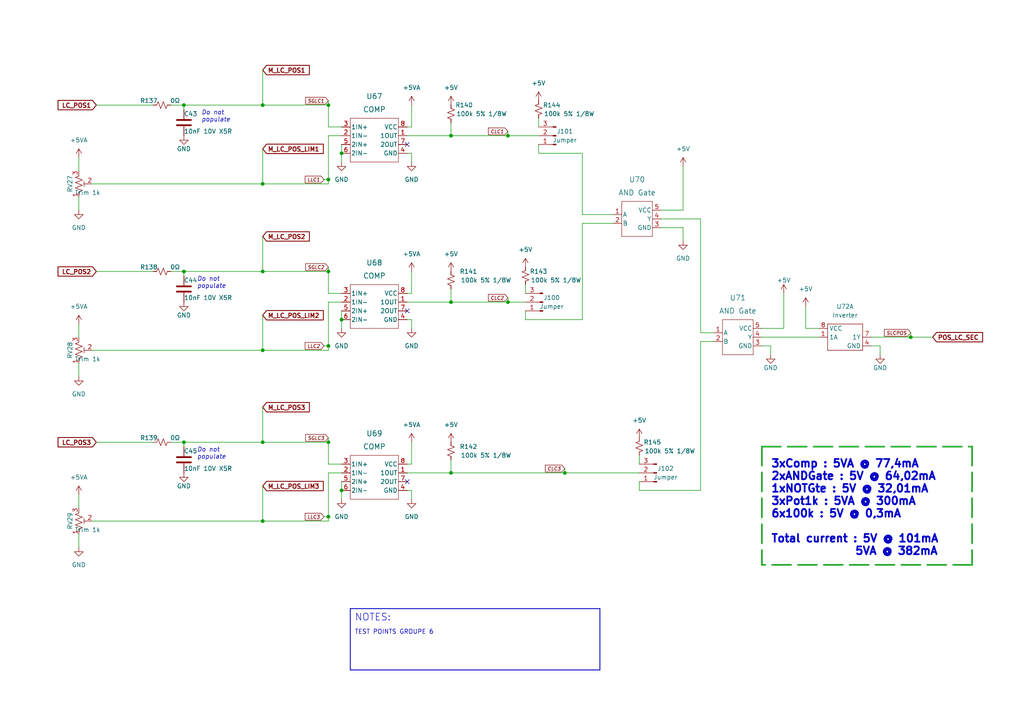
<source format=kicad_sch>
(kicad_sch (version 20211123) (generator eeschema)
  (paper "A4")
  (lib_symbols
    (symbol "Connector:Conn_01x03_Male" (pin_names (offset 1.016) hide)
      (property "Reference" "J" (at 0 5.08 0))
      (property "Value" "Conn_01x03_Male" (at 0 -5.08 0))
      (symbol "Conn_01x03_Male_1_1"
        (polyline (pts (xy 1.27 -2.54) (xy 0.8636 -2.54)) (stroke (width 0.1524)))
        (polyline (pts (xy 1.27 0) (xy 0.8636 0)) (stroke (width 0.1524)))
        (polyline (pts (xy 1.27 2.54) (xy 0.8636 2.54)) (stroke (width 0.1524)))
        (rectangle (start 0.8636 -2.413) (end 0 -2.667) (stroke (width 0.1524)) (fill (type outline)))
        (rectangle (start 0.8636 0.127) (end 0 -0.127) (stroke (width 0.1524)) (fill (type outline)))
        (rectangle (start 0.8636 2.667) (end 0 2.413) (stroke (width 0.1524)) (fill (type outline)))
        (pin passive line (at 5.08 2.54 180) (length 3.81) (name "Pin_1") (number "1"))
        (pin passive line (at 5.08 0 180) (length 3.81) (name "Pin_2") (number "2"))
        (pin passive line (at 5.08 -2.54 180) (length 3.81) (name "Pin_3") (number "3"))
      )
    )
    (symbol "Device:C" (pin_numbers hide) (pin_names (offset 0.254))
      (property "Reference" "C" (at 0.635 2.54 0))
      (property "Value" "C" (at 0.635 -2.54 0))
      (symbol "C_0_1"
        (polyline (pts (xy -2.032 -0.762) (xy 2.032 -0.762)) (stroke (width 0.508)))
        (polyline (pts (xy -2.032 0.762) (xy 2.032 0.762)) (stroke (width 0.508)))
      )
      (symbol "C_1_1"
        (pin passive line (at 0 3.81 270) (length 2.794) (name "~") (number "1"))
        (pin passive line (at 0 -3.81 90) (length 2.794) (name "~") (number "2"))
      )
    )
    (symbol "Device:R_Potentiometer_Trim_US" (pin_names (offset 1.016) hide)
      (property "Reference" "RV" (at -4.445 0 90))
      (property "Value" "R_Potentiometer_Trim_US" (at -2.54 0 90))
      (symbol "R_Potentiometer_Trim_US_0_1"
        (polyline (pts (xy 0 -2.286) (xy 0 -2.54)))
        (polyline (pts (xy 0 2.286) (xy 0 2.54)))
        (polyline (pts (xy 1.524 0.762) (xy 1.524 -0.762)))
        (polyline (pts (xy 2.54 0) (xy 1.524 0)))
        (polyline (pts (xy 0 -0.762) (xy 1.016 -1.143) (xy 0 -1.524) (xy -1.016 -1.905) (xy 0 -2.286)))
        (polyline (pts (xy 0 0.762) (xy 1.016 0.381) (xy 0 0) (xy -1.016 -0.381) (xy 0 -0.762)))
        (polyline (pts (xy 0 2.286) (xy 1.016 1.905) (xy 0 1.524) (xy -1.016 1.143) (xy 0 0.762)))
      )
      (symbol "R_Potentiometer_Trim_US_1_1"
        (pin passive line (at 0 3.81 270) (length 1.27) (name "1") (number "1"))
        (pin passive line (at 3.81 0 180) (length 1.27) (name "2") (number "2"))
        (pin passive line (at 0 -3.81 90) (length 1.27) (name "3") (number "3"))
      )
    )
    (symbol "Device:R_Small_US" (pin_numbers hide) (pin_names (offset 0.254) hide)
      (property "Reference" "R" (at 0.762 0.508 0))
      (property "Value" "R_Small_US" (at 0.762 -1.016 0))
      (symbol "R_Small_US_1_1"
        (polyline (pts (xy 0 0) (xy 1.016 -0.381) (xy 0 -0.762) (xy -1.016 -1.143) (xy 0 -1.524)))
        (polyline (pts (xy 0 1.524) (xy 1.016 1.143) (xy 0 0.762) (xy -1.016 0.381) (xy 0 0)))
        (pin passive line (at 0 2.54 270) (length 1.016) (name "~") (number "1"))
        (pin passive line (at 0 -2.54 90) (length 1.016) (name "~") (number "2"))
      )
    )
    (symbol "SymLib:LM393DGKR" (pin_names (offset 0.254))
      (property "Reference" "U" (at 22.86 3.81 0))
      (property "Value" "LM393DGKR" (at 29.21 -11.43 0))
      (symbol "LM393DGKR_0_1"
        (polyline (pts (xy 21.59 -10.16) (xy 35.56 -10.16)) (stroke (width 0.127)))
        (polyline (pts (xy 21.59 2.54) (xy 21.59 -10.16)) (stroke (width 0.127)))
        (polyline (pts (xy 35.56 -10.16) (xy 35.56 2.54)) (stroke (width 0.127)))
        (polyline (pts (xy 35.56 2.54) (xy 21.59 2.54)) (stroke (width 0.127)))
        (pin output line (at 38.1 -2.54 180) (length 2.54) (name "1OUT") (number "1"))
        (pin input line (at 19.05 -2.54 0) (length 2.54) (name "1IN-") (number "2"))
        (pin input line (at 19.05 0 0) (length 2.54) (name "1IN+") (number "3"))
        (pin power_in line (at 38.1 -7.62 180) (length 2.54) (name "GND") (number "4"))
        (pin input line (at 19.05 -5.08 0) (length 2.54) (name "2IN+") (number "5"))
        (pin input line (at 19.05 -7.62 0) (length 2.54) (name "2IN-") (number "6"))
        (pin output line (at 38.1 -5.08 180) (length 2.54) (name "2OUT") (number "7"))
        (pin power_in line (at 38.1 0 180) (length 2.54) (name "VCC") (number "8"))
      )
    )
    (symbol "SymLib:SN74LVC1G08DBVR" (pin_names (offset 0.254))
      (property "Reference" "U" (at 25.4 10.16 0))
      (property "Value" "SN74LVC1G08DBVR" (at 25.4 7.62 0))
      (symbol "SN74LVC1G08DBVR_0_1"
        (polyline (pts (xy 20.32 -7.62) (xy 29.21 -7.62)) (stroke (width 0.127)))
        (polyline (pts (xy 20.32 2.54) (xy 20.32 -7.62)) (stroke (width 0.127)))
        (polyline (pts (xy 29.21 -7.62) (xy 29.21 2.54)) (stroke (width 0.127)))
        (polyline (pts (xy 29.21 2.54) (xy 20.32 2.54)) (stroke (width 0.127)))
        (pin input line (at 17.78 -1.27 0) (length 2.54) (name "A") (number "1"))
        (pin input line (at 17.78 -3.81 0) (length 2.54) (name "B") (number "2"))
        (pin power_in line (at 31.75 -5.08 180) (length 2.54) (name "GND") (number "3"))
        (pin output line (at 31.75 -2.54 180) (length 2.54) (name "Y") (number "4"))
        (pin power_in line (at 31.75 0 180) (length 2.54) (name "VCC") (number "5"))
      )
    )
    (symbol "SymLib:SN74LVC3G14DCUT_V2"
      (property "Reference" "U" (at -3.81 5.08 0))
      (property "Value" "SN74LVC3G14DCUT_V2" (at 0 -5.08 0))
      (symbol "SN74LVC3G14DCUT_V2_0_1"
        (rectangle (start -5.08 -3.81) (end 5.08 -3.81))
        (rectangle (start -5.08 3.81) (end -5.08 -3.81))
        (rectangle (start -5.08 3.81) (end 5.08 3.81))
        (rectangle (start 5.08 3.81) (end 5.08 -3.81))
      )
      (symbol "SN74LVC3G14DCUT_V2_1_1"
        (pin bidirectional line (at -7.62 0 0) (length 2.54) (name "1A") (number "1"))
        (pin bidirectional line (at 7.62 -2.54 180) (length 2.54) (name "GND") (number "4"))
        (pin output line (at 7.62 0 180) (length 2.54) (name "1Y") (number "7"))
        (pin bidirectional line (at -7.62 2.54 0) (length 2.54) (name "VCC") (number "8"))
      )
      (symbol "SN74LVC3G14DCUT_V2_2_1"
        (pin bidirectional line (at -7.62 0 0) (length 2.54) (name "2A") (number "3"))
        (pin output line (at 7.62 0 180) (length 2.54) (name "2Y") (number "5"))
      )
      (symbol "SN74LVC3G14DCUT_V2_3_1"
        (pin output line (at 7.62 0 180) (length 2.54) (name "3Y") (number "2"))
        (pin bidirectional line (at -7.62 0 0) (length 2.54) (name "3A") (number "6"))
      )
    )
    (symbol "power:+5V" (power) (pin_names (offset 0))
      (property "Value" "+5V" (at 0 3.556 0))
      (symbol "+5V_0_1"
        (polyline (pts (xy -0.762 1.27) (xy 0 2.54)))
        (polyline (pts (xy 0 0) (xy 0 2.54)))
        (polyline (pts (xy 0 2.54) (xy 0.762 1.27)))
      )
      (symbol "+5V_1_1"
        (pin power_in line (at 0 0 90) (length 0) hide (name "+5V") (number "1"))
      )
    )
    (symbol "power:+5VA" (power) (pin_names (offset 0))
      (property "Value" "+5VA" (at 0 3.556 0))
      (symbol "+5VA_0_1"
        (polyline (pts (xy -0.762 1.27) (xy 0 2.54)))
        (polyline (pts (xy 0 0) (xy 0 2.54)))
        (polyline (pts (xy 0 2.54) (xy 0.762 1.27)))
      )
      (symbol "+5VA_1_1"
        (pin power_in line (at 0 0 90) (length 0) hide (name "+5VA") (number "1"))
      )
    )
    (symbol "power:GND" (power) (pin_names (offset 0))
      (property "Value" "GND" (at 0 -3.81 0))
      (symbol "GND_0_1"
        (polyline (pts (xy 0 0) (xy 0 -1.27) (xy 1.27 -1.27) (xy 0 -2.54) (xy -1.27 -1.27) (xy 0 -1.27)))
      )
      (symbol "GND_1_1"
        (pin power_in line (at 0 0 270) (length 0) hide (name "GND") (number "1"))
      )
    )
  )
  (junction (at 53.34 128.27))
  (junction (at 76.2 128.27))
  (junction (at 53.34 78.74))
  (junction (at 95.25 78.74))
  (junction (at 130.81 39.37))
  (junction (at 130.81 87.63))
  (junction (at 95.25 100.33))
  (junction (at 53.34 30.48))
  (junction (at 99.06 142.24))
  (junction (at 76.2 53.34))
  (junction (at 147.32 87.63))
  (junction (at 130.81 137.16))
  (junction (at 99.06 92.71))
  (junction (at 99.06 44.45))
  (junction (at 76.2 30.48))
  (junction (at 95.25 30.48))
  (junction (at 147.32 39.37))
  (junction (at 264.16 97.79))
  (junction (at 76.2 78.74))
  (junction (at 163.83 137.16))
  (junction (at 76.2 151.13))
  (junction (at 95.25 149.86))
  (junction (at 76.2 101.6))
  (junction (at 95.25 52.07))
  (junction (at 95.25 128.27))
  (no_connect (at 118.11 41.91))
  (no_connect (at 118.11 139.7))
  (no_connect (at 118.11 90.17))
  (polyline (pts (xy 281.94 163.83) (xy 220.98 163.83)) (stroke (width 0.5) (type dash) (color 37 168 45 1)))
  (wire (pts (xy 26.67 151.13) (xy 76.2 151.13)))
  (wire (pts (xy 53.34 30.48) (xy 76.2 30.48)))
  (wire (pts (xy 191.77 60.96) (xy 198.12 60.96)))
  (wire (pts (xy 118.11 39.37) (xy 130.81 39.37)))
  (wire (pts (xy 99.06 90.17) (xy 99.06 92.71)))
  (wire (pts (xy 147.32 86.36) (xy 147.32 87.63)))
  (wire (pts (xy 95.25 29.21) (xy 95.25 30.48)))
  (wire (pts (xy 76.2 118.11) (xy 76.2 128.27)))
  (wire (pts (xy 156.21 36.83) (xy 156.21 34.29)))
  (wire (pts (xy 95.25 87.63) (xy 99.06 87.63)))
  (wire (pts (xy 118.11 36.83) (xy 119.38 36.83)))
  (wire (pts (xy 95.25 39.37) (xy 99.06 39.37)))
  (wire (pts (xy 95.25 100.33) (xy 95.25 87.63)))
  (wire (pts (xy 76.2 101.6) (xy 95.25 101.6)))
  (polyline (pts (xy 173.99 176.53) (xy 173.99 194.31)) (stroke (width 0.25) (type solid)))
  (wire (pts (xy 95.25 101.6) (xy 95.25 100.33)))
  (wire (pts (xy 95.25 151.13) (xy 95.25 149.86)))
  (wire (pts (xy 152.4 85.09) (xy 152.4 82.55)))
  (wire (pts (xy 198.12 66.04) (xy 198.12 69.85)))
  (wire (pts (xy 203.2 63.5) (xy 203.2 96.52)))
  (wire (pts (xy 130.81 83.82) (xy 130.81 87.63)))
  (wire (pts (xy 118.11 142.24) (xy 119.38 142.24)))
  (wire (pts (xy 76.2 20.32) (xy 76.2 30.48)))
  (wire (pts (xy 95.25 127) (xy 95.25 128.27)))
  (wire (pts (xy 99.06 44.45) (xy 99.06 46.99)))
  (wire (pts (xy 147.32 38.1) (xy 147.32 39.37)))
  (wire (pts (xy 163.83 135.89) (xy 163.83 137.16)))
  (wire (pts (xy 22.86 93.98) (xy 22.86 97.79)))
  (wire (pts (xy 22.86 45.72) (xy 22.86 49.53)))
  (wire (pts (xy 27.94 30.48) (xy 44.45 30.48)))
  (wire (pts (xy 168.91 64.77) (xy 177.8 64.77)))
  (wire (pts (xy 147.32 87.63) (xy 152.4 87.63)))
  (wire (pts (xy 76.2 53.34) (xy 95.25 53.34)))
  (wire (pts (xy 76.2 128.27) (xy 95.25 128.27)))
  (wire (pts (xy 147.32 39.37) (xy 156.21 39.37)))
  (wire (pts (xy 119.38 44.45) (xy 119.38 46.99)))
  (wire (pts (xy 152.4 90.17) (xy 152.4 92.71)))
  (wire (pts (xy 26.67 101.6) (xy 76.2 101.6)))
  (wire (pts (xy 99.06 41.91) (xy 99.06 44.45)))
  (wire (pts (xy 118.11 92.71) (xy 119.38 92.71)))
  (wire (pts (xy 118.11 134.62) (xy 119.38 134.62)))
  (wire (pts (xy 93.98 100.33) (xy 95.25 100.33)))
  (wire (pts (xy 252.73 100.33) (xy 255.27 100.33)))
  (wire (pts (xy 118.11 44.45) (xy 119.38 44.45)))
  (wire (pts (xy 130.81 133.35) (xy 130.81 137.16)))
  (polyline (pts (xy 220.98 129.54) (xy 281.94 129.54)) (stroke (width 0.5) (type dash) (color 37 168 45 1)))
  (wire (pts (xy 76.2 43.18) (xy 76.2 53.34)))
  (wire (pts (xy 95.25 128.27) (xy 95.25 134.62)))
  (wire (pts (xy 130.81 39.37) (xy 147.32 39.37)))
  (wire (pts (xy 118.11 85.09) (xy 119.38 85.09)))
  (wire (pts (xy 95.25 52.07) (xy 95.25 39.37)))
  (wire (pts (xy 220.98 95.25) (xy 227.33 95.25)))
  (polyline (pts (xy 220.98 129.54) (xy 220.98 163.83)) (stroke (width 0.5) (type dash) (color 37 168 45 1)))
  (wire (pts (xy 220.98 97.79) (xy 237.49 97.79)))
  (wire (pts (xy 130.81 87.63) (xy 147.32 87.63)))
  (wire (pts (xy 223.52 100.33) (xy 223.52 102.87)))
  (wire (pts (xy 95.25 53.34) (xy 95.25 52.07)))
  (wire (pts (xy 264.16 96.52) (xy 264.16 97.79)))
  (wire (pts (xy 49.53 128.27) (xy 53.34 128.27)))
  (wire (pts (xy 53.34 128.27) (xy 53.34 129.54)))
  (wire (pts (xy 99.06 142.24) (xy 99.06 144.78)))
  (wire (pts (xy 156.21 44.45) (xy 168.91 44.45)))
  (wire (pts (xy 99.06 92.71) (xy 99.06 95.25)))
  (wire (pts (xy 130.81 35.56) (xy 130.81 39.37)))
  (wire (pts (xy 264.16 97.79) (xy 270.51 97.79)))
  (wire (pts (xy 255.27 100.33) (xy 255.27 102.87)))
  (wire (pts (xy 119.38 128.27) (xy 119.38 134.62)))
  (wire (pts (xy 93.98 149.86) (xy 95.25 149.86)))
  (wire (pts (xy 168.91 44.45) (xy 168.91 62.23)))
  (wire (pts (xy 203.2 99.06) (xy 207.01 99.06)))
  (wire (pts (xy 49.53 30.48) (xy 53.34 30.48)))
  (wire (pts (xy 53.34 78.74) (xy 76.2 78.74)))
  (wire (pts (xy 95.25 36.83) (xy 99.06 36.83)))
  (wire (pts (xy 203.2 99.06) (xy 203.2 142.24)))
  (wire (pts (xy 163.83 137.16) (xy 185.42 137.16)))
  (wire (pts (xy 119.38 30.48) (xy 119.38 36.83)))
  (wire (pts (xy 185.42 142.24) (xy 203.2 142.24)))
  (wire (pts (xy 76.2 91.44) (xy 76.2 101.6)))
  (wire (pts (xy 95.25 134.62) (xy 99.06 134.62)))
  (wire (pts (xy 198.12 48.26) (xy 198.12 60.96)))
  (wire (pts (xy 95.25 30.48) (xy 95.25 36.83)))
  (wire (pts (xy 26.67 53.34) (xy 76.2 53.34)))
  (wire (pts (xy 168.91 64.77) (xy 168.91 92.71)))
  (wire (pts (xy 95.25 149.86) (xy 95.25 137.16)))
  (wire (pts (xy 27.94 128.27) (xy 44.45 128.27)))
  (wire (pts (xy 119.38 78.74) (xy 119.38 85.09)))
  (wire (pts (xy 119.38 142.24) (xy 119.38 144.78)))
  (wire (pts (xy 22.86 154.94) (xy 22.86 158.75)))
  (wire (pts (xy 76.2 151.13) (xy 95.25 151.13)))
  (wire (pts (xy 22.86 105.41) (xy 22.86 109.22)))
  (wire (pts (xy 95.25 77.47) (xy 95.25 78.74)))
  (wire (pts (xy 95.25 85.09) (xy 99.06 85.09)))
  (polyline (pts (xy 281.94 129.54) (xy 281.94 163.83)) (stroke (width 0.5) (type dash) (color 37 168 45 1)))
  (wire (pts (xy 22.86 57.15) (xy 22.86 60.96)))
  (polyline (pts (xy 101.6 176.53) (xy 173.99 176.53)) (stroke (width 0.25) (type solid)))
  (wire (pts (xy 76.2 140.97) (xy 76.2 151.13)))
  (wire (pts (xy 233.68 88.9) (xy 233.68 95.25)))
  (polyline (pts (xy 101.6 176.53) (xy 101.6 194.31)) (stroke (width 0.25) (type solid)))
  (wire (pts (xy 95.25 78.74) (xy 95.25 85.09)))
  (wire (pts (xy 156.21 41.91) (xy 156.21 44.45)))
  (wire (pts (xy 191.77 66.04) (xy 198.12 66.04)))
  (polyline (pts (xy 173.99 194.31) (xy 101.6 194.31)) (stroke (width 0.25) (type solid)))
  (wire (pts (xy 185.42 134.62) (xy 185.42 132.08)))
  (wire (pts (xy 118.11 137.16) (xy 130.81 137.16)))
  (wire (pts (xy 53.34 128.27) (xy 76.2 128.27)))
  (wire (pts (xy 76.2 78.74) (xy 95.25 78.74)))
  (wire (pts (xy 130.81 137.16) (xy 163.83 137.16)))
  (wire (pts (xy 152.4 92.71) (xy 168.91 92.71)))
  (wire (pts (xy 220.98 100.33) (xy 223.52 100.33)))
  (wire (pts (xy 118.11 87.63) (xy 130.81 87.63)))
  (wire (pts (xy 227.33 85.09) (xy 227.33 95.25)))
  (wire (pts (xy 168.91 62.23) (xy 177.8 62.23)))
  (wire (pts (xy 27.94 78.74) (xy 44.45 78.74)))
  (wire (pts (xy 191.77 63.5) (xy 203.2 63.5)))
  (wire (pts (xy 95.25 137.16) (xy 99.06 137.16)))
  (wire (pts (xy 76.2 30.48) (xy 95.25 30.48)))
  (wire (pts (xy 252.73 97.79) (xy 264.16 97.79)))
  (wire (pts (xy 22.86 143.51) (xy 22.86 147.32)))
  (wire (pts (xy 203.2 96.52) (xy 207.01 96.52)))
  (wire (pts (xy 49.53 78.74) (xy 53.34 78.74)))
  (wire (pts (xy 76.2 68.58) (xy 76.2 78.74)))
  (wire (pts (xy 237.49 95.25) (xy 233.68 95.25)))
  (wire (pts (xy 93.98 52.07) (xy 95.25 52.07)))
  (wire (pts (xy 53.34 30.48) (xy 53.34 31.75)))
  (wire (pts (xy 53.34 78.74) (xy 53.34 80.01)))
  (wire (pts (xy 99.06 139.7) (xy 99.06 142.24)))
  (wire (pts (xy 185.42 139.7) (xy 185.42 142.24)))
  (wire (pts (xy 119.38 92.71) (xy 119.38 95.25)))
  (text "Do not \npopulate" (at 58.42 35.56 0) (effects (font (size 1.27 1.27) italic) (justify left bottom)))
  (text "Do not \npopulate" (at 57.15 133.35 0) (effects (font (size 1.27 1.27) italic) (justify left bottom)))
  (text "TEST POINTS GROUPE 6" (at 102.87 184.15 0) (effects (font (size 1.27 1.27)) (justify left bottom)))
  (text "NOTES:" (at 102.87 180.34 0) (effects (font (size 2 2)) (justify left bottom)))
  (text "Do not \npopulate" (at 57.15 83.82 0) (effects (font (size 1.27 1.27) italic) (justify left bottom)))
  (text "3xComp : 5VA @ 77,4mA\n2xANDGate : 5V @ 64,02mA\n1xNOTGte : 5V @ 32,01mA\n3xPot1k : 5VA @ 300mA\n6x100k : 5V @ 0,3mA\n\nTotal current : 5V @ 101mA\n		    5VA @ 382mA" (at 223.52 161.29 0) (effects (font (size 2.25 2.25) (thickness 0.5) bold) (justify left bottom)))
  (global_label "POS_LC_SEC" (shape input) (at 270.51 97.79 0) (effects (font (thickness 0.254) bold)) (property "Intersheet References" "${INTERSHEET_REFS}" (effects hide)))
  (global_label "LLC2" (shape input) (at 93.98 100.33 180) (effects (font (size 1 1) italic)) (property "Intersheet References" "${INTERSHEET_REFS}" (effects hide)))
  (global_label "LC_POS2" (shape input) (at 27.94 78.74 180) (effects (font (thickness 0.254) bold)) (property "Intersheet References" "${INTERSHEET_REFS}" (effects hide)))
  (global_label "M_LC_POS_LIM3" (shape input) (at 76.2 140.97 0) (effects (font (thickness 0.254) bold)) (property "Intersheet References" "${INTERSHEET_REFS}" (effects hide)))
  (global_label "M_LC_POS1" (shape input) (at 76.2 20.32 0) (effects (font (thickness 0.254) bold)) (property "Intersheet References" "${INTERSHEET_REFS}" (effects hide)))
  (global_label "SGLC1" (shape input) (at 95.25 29.21 180) (effects (font (size 1 1) italic)) (property "Intersheet References" "${INTERSHEET_REFS}" (effects hide)))
  (global_label "M_LC_POS_LIM1" (shape input) (at 76.2 43.18 0) (effects (font (thickness 0.254) bold)) (property "Intersheet References" "${INTERSHEET_REFS}" (effects hide)))
  (global_label "SGLC2" (shape input) (at 95.25 77.47 180) (effects (font (size 1 1) italic)) (property "Intersheet References" "${INTERSHEET_REFS}" (effects hide)))
  (global_label "M_LC_POS_LIM2" (shape input) (at 76.2 91.44 0) (effects (font (thickness 0.254) bold)) (property "Intersheet References" "${INTERSHEET_REFS}" (effects hide)))
  (global_label "SGLC3" (shape input) (at 95.25 127 180) (effects (font (size 1 1) italic)) (property "Intersheet References" "${INTERSHEET_REFS}" (effects hide)))
  (global_label "M_LC_POS2" (shape input) (at 76.2 68.58 0) (effects (font (thickness 0.254) bold)) (property "Intersheet References" "${INTERSHEET_REFS}" (effects hide)))
  (global_label "SLCPOS" (shape input) (at 264.16 96.52 180) (effects (font (size 1 1) italic)) (property "Intersheet References" "${INTERSHEET_REFS}" (effects hide)))
  (global_label "LC_POS3" (shape input) (at 27.94 128.27 180) (effects (font (thickness 0.254) bold)) (property "Intersheet References" "${INTERSHEET_REFS}" (effects hide)))
  (global_label "CLC1" (shape input) (at 147.32 38.1 180) (effects (font (size 1 1) italic)) (property "Intersheet References" "${INTERSHEET_REFS}" (effects hide)))
  (global_label "M_LC_POS3" (shape input) (at 76.2 118.11 0) (effects (font (thickness 0.254) bold)) (property "Intersheet References" "${INTERSHEET_REFS}" (effects hide)))
  (global_label "CLC2" (shape input) (at 147.32 86.36 180) (effects (font (size 1 1) italic)) (property "Intersheet References" "${INTERSHEET_REFS}" (effects hide)))
  (global_label "CLC3" (shape input) (at 163.83 135.89 180) (effects (font (size 1 1) italic)) (property "Intersheet References" "${INTERSHEET_REFS}" (effects hide)))
  (global_label "LLC1" (shape input) (at 93.98 52.07 180) (effects (font (size 1 1) italic)) (property "Intersheet References" "${INTERSHEET_REFS}" (effects hide)))
  (global_label "LC_POS1" (shape input) (at 27.94 30.48 180) (effects (font (thickness 0.254) bold)) (property "Intersheet References" "${INTERSHEET_REFS}" (effects hide)))
  (global_label "LLC3" (shape input) (at 93.98 149.86 180) (effects (font (size 1 1) italic)) (property "Intersheet References" "${INTERSHEET_REFS}" (effects hide)))
  (symbol (lib_id "power:+5VA") (at 119.38 78.74 0) (unit 1)
    (property "Reference" "#PWR0397" (effects hide))
    (property "Value" "+5VA" (at 119.38 73.66 0))
  )
  (symbol (lib_id "power:+5VA") (at 22.86 93.98 0) (unit 1)
    (property "Reference" "#PWR0385" (effects hide))
    (property "Value" "+5VA" (at 22.86 88.9 0))
  )
  (symbol (lib_id "Device:R_Small_US") (at 46.99 30.48 90) (unit 1)
    (property "Reference" "R137" (at 43.18 29.21 90))
    (property "Value" "0Ω" (at 50.8 29.21 90))
    (property "Footprint" "Resistor_SMD:R_0805_2012Metric" (effects hide))
    (property "MANUFACTURER" "Panasonic Electronic Components" (effects hide))
    (property "PACKAGE" "0805 (2012 Metric)" (effects hide))
    (property "PART NUMBER" "ERJ-6GEY0R00V" (effects hide))
    (property "TYPE" "SMD" (effects hide))
    (property "DESCRIPTION" "0 Ohms Jumper Chip Resistor 0805 (2012 Metric) Automotive AEC-Q200 Thick Film" (effects hide))
  )
  (symbol (lib_id "Device:R_Small_US") (at 130.81 33.02 0) (unit 1)
    (property "Reference" "R140" (at 134.62 30.48 0))
    (property "Value" "100k 5% 1/8W" (at 139.7 33.02 0))
    (property "Footprint" "Resistor_SMD:R_0805_2012Metric" (effects hide))
    (property "MANUFACTURER" "Panasonic Electronic Components" (effects hide))
    (property "PACKAGE" "0805 (2012 Metric)" (effects hide))
    (property "PART NUMBER" "ERJ-6GEYJ104V" (effects hide))
    (property "TYPE" "SMD" (effects hide))
    (property "DESCRIPTION" "100 kOhms ±5% 0.125W, 1/8W Chip Resistor 0805 (2012 Metric) Automotive AEC-Q200 Thick Film" (effects hide))
  )
  (symbol (lib_id "power:+5V") (at 185.42 127 0) (unit 1)
    (property "Reference" "#PWR0406" (effects hide))
    (property "Value" "+5V" (at 185.42 121.92 0))
  )
  (symbol (lib_id "power:GND") (at 53.34 87.63 0) (unit 1)
    (property "Reference" "#PWR0390" (effects hide))
    (property "Value" "GND" (at 53.34 91.44 0))
  )
  (symbol (lib_id "power:+5VA") (at 22.86 45.72 0) (unit 1)
    (property "Reference" "#PWR0383" (effects hide))
    (property "Value" "+5VA" (at 22.86 40.64 0))
  )
  (symbol (lib_id "power:+5VA") (at 119.38 30.48 0) (unit 1)
    (property "Reference" "#PWR0395" (effects hide))
    (property "Value" "+5VA" (at 119.38 25.4 0))
  )
  (symbol (lib_id "Device:R_Small_US") (at 156.21 31.75 0) (mirror x) (unit 1)
    (property "Reference" "R144" (at 160.02 30.48 0))
    (property "Value" "100k 5% 1/8W" (at 165.1 33.02 0))
    (property "Footprint" "Resistor_SMD:R_0805_2012Metric" (effects hide))
    (property "MANUFACTURER" "Panasonic Electronic Components" (effects hide))
    (property "PACKAGE" "0805 (2012 Metric)" (effects hide))
    (property "PART NUMBER" "ERJ-6GEYJ104V" (effects hide))
    (property "TYPE" "SMD" (effects hide))
    (property "DESCRIPTION" "100 kOhms ±5% 0.125W, 1/8W Chip Resistor 0805 (2012 Metric) Automotive AEC-Q200 Thick Film" (effects hide))
  )
  (symbol (lib_id "power:GND") (at 99.06 46.99 0) (unit 1)
    (property "Reference" "#PWR0392" (effects hide))
    (property "Value" "GND" (at 99.06 52.07 0))
  )
  (symbol (lib_id "SymLib:SN74LVC1G08DBVR") (at 189.23 95.25 0) (unit 1)
    (property "Reference" "U71" (at 213.995 86.36 0) (effects (font (size 1.524 1.524))))
    (property "Value" "AND Gate" (at 213.995 90.17 0) (effects (font (size 1.524 1.524))))
    (property "Footprint" "FootPrint:SOT95P270X145-5N" (effects hide))
    (property "DESCRIPTION" "AND Gate IC 1 Channel SOT-23-5" (effects hide))
    (property "MANUFACTURER" "Texas Instruments" (effects hide))
    (property "PACKAGE" "SC-74A, SOT-753" (effects hide))
    (property "PART NUMBER" "SN74LVC1G08DBVR" (effects hide))
    (property "TYPE" "SMD" (effects hide))
  )
  (symbol (lib_id "power:+5V") (at 198.12 48.26 0) (unit 1)
    (property "Reference" "#PWR0407" (effects hide))
    (property "Value" "+5V" (at 198.12 43.18 0))
  )
  (symbol (lib_id "power:GND") (at 22.86 109.22 0) (unit 1)
    (property "Reference" "#PWR0386" (effects hide))
    (property "Value" "GND" (at 22.86 114.3 0))
  )
  (symbol (lib_id "power:GND") (at 119.38 95.25 0) (unit 1)
    (property "Reference" "#PWR0398" (effects hide))
    (property "Value" "GND" (at 119.38 100.33 0))
  )
  (symbol (lib_id "power:GND") (at 53.34 39.37 0) (unit 1)
    (property "Reference" "#PWR0389" (effects hide))
    (property "Value" "GND" (at 53.34 43.18 0))
  )
  (symbol (lib_id "power:GND") (at 99.06 144.78 0) (unit 1)
    (property "Reference" "#PWR0394" (effects hide))
    (property "Value" "GND" (at 99.06 149.86 0))
  )
  (symbol (lib_id "Connector:Conn_01x03_Male") (at 190.5 137.16 180) (unit 1)
    (property "Reference" "J102" (at 193.04 135.89 0))
    (property "Value" "Jumper" (at 193.04 138.43 0))
    (property "Footprint" "Connector_PinSocket_2.54mm:PinSocket_1x03_P2.54mm_Vertical" (effects hide))
    (property "DESCRIPTION" "CONN HEADER VERT 3POS 2.54MM" (effects hide))
    (property "MANUFACTURER" "Würth Elektronik" (effects hide))
    (property "PACKAGE" "Square 0.100\" (2.54mm)" (effects hide))
    (property "PART NUMBER" "61300311121" (effects hide))
    (property "TYPE" "Through Hole" (effects hide))
  )
  (symbol (lib_id "power:+5VA") (at 119.38 128.27 0) (unit 1)
    (property "Reference" "#PWR0399" (effects hide))
    (property "Value" "+5VA" (at 119.38 123.19 0))
  )
  (symbol (lib_id "Device:R_Small_US") (at 185.42 129.54 0) (mirror x) (unit 1)
    (property "Reference" "R145" (at 189.23 128.27 0))
    (property "Value" "100k 5% 1/8W" (at 194.31 130.81 0))
    (property "Footprint" "Resistor_SMD:R_0805_2012Metric" (effects hide))
    (property "MANUFACTURER" "Panasonic Electronic Components" (effects hide))
    (property "PACKAGE" "0805 (2012 Metric)" (effects hide))
    (property "PART NUMBER" "ERJ-6GEYJ104V" (effects hide))
    (property "TYPE" "SMD" (effects hide))
    (property "DESCRIPTION" "100 kOhms ±5% 0.125W, 1/8W Chip Resistor 0805 (2012 Metric) Automotive AEC-Q200 Thick Film" (effects hide))
  )
  (symbol (lib_id "Device:R_Small_US") (at 46.99 128.27 90) (unit 1)
    (property "Reference" "R139" (at 43.18 127 90))
    (property "Value" "0Ω" (at 50.8 127 90))
    (property "Footprint" "Resistor_SMD:R_0805_2012Metric" (effects hide))
    (property "MANUFACTURER" "Panasonic Electronic Components" (effects hide))
    (property "PACKAGE" "0805 (2012 Metric)" (effects hide))
    (property "PART NUMBER" "ERJ-6GEY0R00V" (effects hide))
    (property "TYPE" "SMD" (effects hide))
    (property "DESCRIPTION" "0 Ohms Jumper Chip Resistor 0805 (2012 Metric) Automotive AEC-Q200 Thick Film" (effects hide))
  )
  (symbol (lib_id "power:GND") (at 22.86 60.96 0) (unit 1)
    (property "Reference" "#PWR0384" (effects hide))
    (property "Value" "GND" (at 22.86 66.04 0))
  )
  (symbol (lib_id "Device:R_Potentiometer_Trim_US") (at 22.86 151.13 0) (mirror x) (unit 1)
    (property "Reference" "RV29" (at 20.32 151.13 90))
    (property "Value" "Trim 1k" (at 25.4 153.67 0))
    (property "Footprint" "FootPrint:TRIM_3362P-1-102LF" (effects hide))
    (property "MANUFACTURER" "Bourns Inc." (effects hide))
    (property "PACKAGE" "Rectangular - 0.275\" x 0.260\" Face" (effects hide))
    (property "PART NUMBER" "3362P-1-102LF" (effects hide))
    (property "TYPE" "Through Hole" (effects hide))
    (property "DESCRIPTION" "Trimmer 1k 0,5W PC PIN TOP" (effects hide))
  )
  (symbol (lib_id "power:GND") (at 255.27 102.87 0) (unit 1)
    (property "Reference" "#PWR0412" (effects hide))
    (property "Value" "GND" (at 255.27 106.68 0))
  )
  (symbol (lib_id "SymLib:SN74LVC3G14DCUT_V2") (at 245.11 97.79 0) (unit 1)
    (property "Reference" "U72" (at 245.11 88.9 0))
    (property "Value" "Inverter" (at 245.11 91.44 0))
    (property "Footprint" "FootPrint:SN74LVC3G14DCUT" (effects hide))
    (property "DESCRIPTION" "Inverter IC 3 Channel Schmitt Trigger 8-VSSOP" (effects hide))
    (property "MANUFACTURER" "Texas Instruments" (effects hide))
    (property "PACKAGE" "8-VFSOP (0.091\", 2.30mm Width)" (effects hide))
    (property "PART NUMBER" "SN74LVC3G14DCUT" (effects hide))
    (property "TYPE" "SMD" (effects hide))
  )
  (symbol (lib_id "power:+5V") (at 227.33 85.09 0) (unit 1)
    (property "Reference" "#PWR0410" (effects hide))
    (property "Value" "+5V" (at 227.33 81.28 0))
  )
  (symbol (lib_id "power:GND") (at 119.38 144.78 0) (unit 1)
    (property "Reference" "#PWR0400" (effects hide))
    (property "Value" "GND" (at 119.38 149.86 0))
  )
  (symbol (lib_id "power:GND") (at 198.12 69.85 0) (unit 1)
    (property "Reference" "#PWR0408" (effects hide))
    (property "Value" "GND" (at 198.12 74.93 0))
  )
  (symbol (lib_id "power:GND") (at 53.34 137.16 0) (unit 1)
    (property "Reference" "#PWR0391" (effects hide))
    (property "Value" "GND" (at 53.34 140.97 0))
  )
  (symbol (lib_id "power:GND") (at 22.86 158.75 0) (unit 1)
    (property "Reference" "#PWR0388" (effects hide))
    (property "Value" "GND" (at 22.86 163.83 0))
  )
  (symbol (lib_id "SymLib:LM393DGKR") (at 80.01 85.09 0) (unit 1)
    (property "Reference" "U68" (at 108.585 76.2 0) (effects (font (size 1.524 1.524))))
    (property "Value" "COMP" (at 108.585 80.01 0) (effects (font (size 1.524 1.524))))
    (property "Footprint" "FootPrint:DGK8" (effects hide))
    (property "Datasheet" "LM393DGKR" (effects hide))
    (property "DESCRIPTION" "Comparator General Purpose Open-Collector, Rail-to-Rail 8-VSSOP" (effects hide))
    (property "MANUFACTURER" "Texas Instruments" (effects hide))
    (property "PACKAGE" "8-TSSOP, 8-MSOP (0.118\", 3.00mm Width)" (effects hide))
    (property "PART NUMBER" "LM393DGKR" (effects hide))
    (property "TYPE" "SMD" (effects hide))
  )
  (symbol (lib_id "Device:R_Potentiometer_Trim_US") (at 22.86 101.6 0) (mirror x) (unit 1)
    (property "Reference" "RV28" (at 20.32 101.6 90))
    (property "Value" "Trim 1k" (at 25.4 104.14 0))
    (property "Footprint" "FootPrint:TRIM_3362P-1-102LF" (effects hide))
    (property "MANUFACTURER" "Bourns Inc." (effects hide))
    (property "PACKAGE" "Rectangular - 0.275\" x 0.260\" Face" (effects hide))
    (property "PART NUMBER" "3362P-1-102LF" (effects hide))
    (property "TYPE" "Through Hole" (effects hide))
    (property "DESCRIPTION" "Trimmer 1k 0,5W PC PIN TOP" (effects hide))
  )
  (symbol (lib_id "power:GND") (at 119.38 46.99 0) (unit 1)
    (property "Reference" "#PWR0396" (effects hide))
    (property "Value" "GND" (at 119.38 52.07 0))
  )
  (symbol (lib_id "Device:R_Small_US") (at 152.4 80.01 0) (mirror x) (unit 1)
    (property "Reference" "R143" (at 156.21 78.74 0))
    (property "Value" "100k 5% 1/8W" (at 161.29 81.28 0))
    (property "Footprint" "Resistor_SMD:R_0805_2012Metric" (effects hide))
    (property "MANUFACTURER" "Panasonic Electronic Components" (effects hide))
    (property "PACKAGE" "0805 (2012 Metric)" (effects hide))
    (property "PART NUMBER" "ERJ-6GEYJ104V" (effects hide))
    (property "TYPE" "SMD" (effects hide))
    (property "DESCRIPTION" "100 kOhms ±5% 0.125W, 1/8W Chip Resistor 0805 (2012 Metric) Automotive AEC-Q200 Thick Film" (effects hide))
  )
  (symbol (lib_id "Device:R_Small_US") (at 46.99 78.74 90) (unit 1)
    (property "Reference" "R138" (at 43.18 77.47 90))
    (property "Value" "0Ω" (at 50.8 77.47 90))
    (property "Footprint" "Resistor_SMD:R_0805_2012Metric" (effects hide))
    (property "MANUFACTURER" "Panasonic Electronic Components" (effects hide))
    (property "PACKAGE" "0805 (2012 Metric)" (effects hide))
    (property "PART NUMBER" "ERJ-6GEY0R00V" (effects hide))
    (property "TYPE" "SMD" (effects hide))
    (property "DESCRIPTION" "0 Ohms Jumper Chip Resistor 0805 (2012 Metric) Automotive AEC-Q200 Thick Film" (effects hide))
  )
  (symbol (lib_id "SymLib:LM393DGKR") (at 80.01 36.83 0) (unit 1)
    (property "Reference" "U67" (at 108.585 27.94 0) (effects (font (size 1.524 1.524))))
    (property "Value" "COMP" (at 108.585 31.75 0) (effects (font (size 1.524 1.524))))
    (property "Footprint" "FootPrint:DGK8" (effects hide))
    (property "Datasheet" "LM393DGKR" (effects hide))
    (property "DESCRIPTION" "Comparator General Purpose Open-Collector, Rail-to-Rail 8-VSSOP" (effects hide))
    (property "MANUFACTURER" "Texas Instruments" (effects hide))
    (property "PACKAGE" "8-TSSOP, 8-MSOP (0.118\", 3.00mm Width)" (effects hide))
    (property "PART NUMBER" "LM393DGKR" (effects hide))
    (property "TYPE" "SMD" (effects hide))
  )
  (symbol (lib_id "power:GND") (at 223.52 102.87 0) (unit 1)
    (property "Reference" "#PWR0409" (effects hide))
    (property "Value" "GND" (at 223.52 106.68 0))
  )
  (symbol (lib_id "Connector:Conn_01x03_Male") (at 161.29 39.37 180) (unit 1)
    (property "Reference" "J101" (at 163.83 38.1 0))
    (property "Value" "Jumper" (at 163.83 40.64 0))
    (property "Footprint" "Connector_PinSocket_2.54mm:PinSocket_1x03_P2.54mm_Vertical" (effects hide))
    (property "DESCRIPTION" "CONN HEADER VERT 3POS 2.54MM" (effects hide))
    (property "MANUFACTURER" "Würth Elektronik" (effects hide))
    (property "PACKAGE" "Square 0.100\" (2.54mm)" (effects hide))
    (property "PART NUMBER" "61300311121" (effects hide))
    (property "TYPE" "Through Hole" (effects hide))
  )
  (symbol (lib_id "power:+5VA") (at 22.86 143.51 0) (unit 1)
    (property "Reference" "#PWR0387" (effects hide))
    (property "Value" "+5VA" (at 22.86 138.43 0))
  )
  (symbol (lib_id "power:+5V") (at 156.21 29.21 0) (unit 1)
    (property "Reference" "#PWR0405" (effects hide))
    (property "Value" "+5V" (at 156.21 24.13 0))
  )
  (symbol (lib_id "power:+5V") (at 130.81 128.27 0) (unit 1)
    (property "Reference" "#PWR0403" (effects hide))
    (property "Value" "+5V" (at 130.81 123.19 0))
  )
  (symbol (lib_id "power:+5V") (at 233.68 88.9 0) (unit 1)
    (property "Reference" "#PWR0411" (effects hide))
    (property "Value" "+5V" (at 233.68 83.82 0))
  )
  (symbol (lib_id "power:+5V") (at 152.4 77.47 0) (unit 1)
    (property "Reference" "#PWR0404" (effects hide))
    (property "Value" "+5V" (at 152.4 72.39 0))
  )
  (symbol (lib_id "power:+5V") (at 130.81 78.74 0) (unit 1)
    (property "Reference" "#PWR0402" (effects hide))
    (property "Value" "+5V" (at 130.81 73.66 0))
  )
  (symbol (lib_id "power:+5V") (at 130.81 30.48 0) (unit 1)
    (property "Reference" "#PWR0401" (effects hide))
    (property "Value" "+5V" (at 130.81 25.4 0))
  )
  (symbol (lib_id "Device:C") (at 53.34 35.56 0) (unit 1)
    (property "Reference" "C43" (at 53.34 33.02 0) (effects (justify left)))
    (property "Value" "10nF 10V X5R" (at 53.34 38.1 0) (effects (justify left)))
    (property "Footprint" "Capacitor_SMD:C_01005_0402Metric" (effects hide))
    (property "MANUFACTURER" "Murata Electronics" (effects hide))
    (property "PACKAGE" "01005 (0402 Metric)" (effects hide))
    (property "PART NUMBER" "GRM022R61A103KE19L" (effects hide))
    (property "TYPE" "SMD" (effects hide))
    (property "NOTES" "DO NOT POPULATE" (effects hide))
    (property "DESCRIPTION" "10000 pF ±10% 10V Ceramic Capacitor X5R 01005 (0402 Metric)" (effects hide))
  )
  (symbol (lib_id "power:GND") (at 99.06 95.25 0) (unit 1)
    (property "Reference" "#PWR0393" (effects hide))
    (property "Value" "GND" (at 99.06 100.33 0))
  )
  (symbol (lib_id "Device:R_Potentiometer_Trim_US") (at 22.86 53.34 0) (mirror x) (unit 1)
    (property "Reference" "RV27" (at 20.32 53.34 90))
    (property "Value" "Trim 1k" (at 25.4 55.88 0))
    (property "Footprint" "FootPrint:TRIM_3362P-1-102LF" (effects hide))
    (property "MANUFACTURER" "Bourns Inc." (effects hide))
    (property "PACKAGE" "Rectangular - 0.275\" x 0.260\" Face" (effects hide))
    (property "PART NUMBER" "3362P-1-102LF" (effects hide))
    (property "TYPE" "Through Hole" (effects hide))
    (property "DESCRIPTION" "Trimmer 1k 0,5W PC PIN TOP" (effects hide))
  )
  (symbol (lib_id "Device:R_Small_US") (at 130.81 81.28 0) (unit 1)
    (property "Reference" "R141" (at 135.89 78.74 0))
    (property "Value" "100k 5% 1/8W" (at 140.97 81.28 0))
    (property "Footprint" "Resistor_SMD:R_0805_2012Metric" (effects hide))
    (property "MANUFACTURER" "Panasonic Electronic Components" (effects hide))
    (property "PACKAGE" "0805 (2012 Metric)" (effects hide))
    (property "PART NUMBER" "ERJ-6GEYJ104V" (effects hide))
    (property "TYPE" "SMD" (effects hide))
    (property "DESCRIPTION" "100 kOhms ±5% 0.125W, 1/8W Chip Resistor 0805 (2012 Metric) Automotive AEC-Q200 Thick Film" (effects hide))
  )
  (symbol (lib_id "SymLib:SN74LVC1G08DBVR") (at 160.02 60.96 0) (unit 1)
    (property "Reference" "U70" (at 184.785 52.07 0) (effects (font (size 1.524 1.524))))
    (property "Value" "AND Gate" (at 184.785 55.88 0) (effects (font (size 1.524 1.524))))
    (property "Footprint" "FootPrint:SOT95P270X145-5N" (effects hide))
    (property "DESCRIPTION" "AND Gate IC 1 Channel SOT-23-5" (effects hide))
    (property "MANUFACTURER" "Texas Instruments" (effects hide))
    (property "PACKAGE" "SC-74A, SOT-753" (effects hide))
    (property "PART NUMBER" "SN74LVC1G08DBVR" (effects hide))
    (property "TYPE" "SMD" (effects hide))
  )
  (symbol (lib_id "Device:C") (at 53.34 83.82 0) (unit 1)
    (property "Reference" "C44" (at 53.34 81.28 0) (effects (justify left)))
    (property "Value" "10nF 10V X5R" (at 53.34 86.36 0) (effects (justify left)))
    (property "Footprint" "Capacitor_SMD:C_01005_0402Metric" (effects hide))
    (property "MANUFACTURER" "Murata Electronics" (effects hide))
    (property "PACKAGE" "01005 (0402 Metric)" (effects hide))
    (property "PART NUMBER" "GRM022R61A103KE19L" (effects hide))
    (property "TYPE" "SMD" (effects hide))
    (property "NOTES" "DO NOT POPULATE" (effects hide))
    (property "DESCRIPTION" "10000 pF ±10% 10V Ceramic Capacitor X5R 01005 (0402 Metric)" (effects hide))
  )
  (symbol (lib_id "Device:C") (at 53.34 133.35 0) (unit 1)
    (property "Reference" "C45" (at 53.34 130.81 0) (effects (justify left)))
    (property "Value" "10nF 10V X5R" (at 53.34 135.89 0) (effects (justify left)))
    (property "Footprint" "Capacitor_SMD:C_01005_0402Metric" (effects hide))
    (property "MANUFACTURER" "Murata Electronics" (effects hide))
    (property "PACKAGE" "01005 (0402 Metric)" (effects hide))
    (property "PART NUMBER" "GRM022R61A103KE19L" (effects hide))
    (property "TYPE" "SMD" (effects hide))
    (property "NOTES" "DO NOT POPULATE" (effects hide))
    (property "DESCRIPTION" "10000 pF ±10% 10V Ceramic Capacitor X5R 01005 (0402 Metric)" (effects hide))
  )
  (symbol (lib_id "Device:R_Small_US") (at 130.81 130.81 0) (unit 1)
    (property "Reference" "R142" (at 135.89 129.54 0))
    (property "Value" "100k 5% 1/8W" (at 140.97 132.08 0))
    (property "Footprint" "Resistor_SMD:R_0805_2012Metric" (effects hide))
    (property "MANUFACTURER" "Panasonic Electronic Components" (effects hide))
    (property "PACKAGE" "0805 (2012 Metric)" (effects hide))
    (property "PART NUMBER" "ERJ-6GEYJ104V" (effects hide))
    (property "TYPE" "SMD" (effects hide))
    (property "DESCRIPTION" "100 kOhms ±5% 0.125W, 1/8W Chip Resistor 0805 (2012 Metric) Automotive AEC-Q200 Thick Film" (effects hide))
  )
  (symbol (lib_id "SymLib:LM393DGKR") (at 80.01 134.62 0) (unit 1)
    (property "Reference" "U69" (at 108.585 125.73 0) (effects (font (size 1.524 1.524))))
    (property "Value" "COMP" (at 108.585 129.54 0) (effects (font (size 1.524 1.524))))
    (property "Footprint" "FootPrint:DGK8" (effects hide))
    (property "Datasheet" "LM393DGKR" (effects hide))
    (property "DESCRIPTION" "Comparator General Purpose Open-Collector, Rail-to-Rail 8-VSSOP" (effects hide))
    (property "MANUFACTURER" "Texas Instruments" (effects hide))
    (property "PACKAGE" "8-TSSOP, 8-MSOP (0.118\", 3.00mm Width)" (effects hide))
    (property "PART NUMBER" "LM393DGKR" (effects hide))
    (property "TYPE" "SMD" (effects hide))
  )
  (symbol (lib_id "Connector:Conn_01x03_Male") (at 157.48 87.63 180) (unit 1)
    (property "Reference" "J100" (at 160.02 86.36 0))
    (property "Value" "Jumper" (at 160.02 88.9 0))
    (property "Footprint" "Connector_PinSocket_2.54mm:PinSocket_1x03_P2.54mm_Vertical" (effects hide))
    (property "DESCRIPTION" "CONN HEADER VERT 3POS 2.54MM" (effects hide))
    (property "MANUFACTURER" "Würth Elektronik" (effects hide))
    (property "PACKAGE" "Square 0.100\" (2.54mm)" (effects hide))
    (property "PART NUMBER" "61300311121" (effects hide))
    (property "TYPE" "Through Hole" (effects hide))
  )
)
</source>
